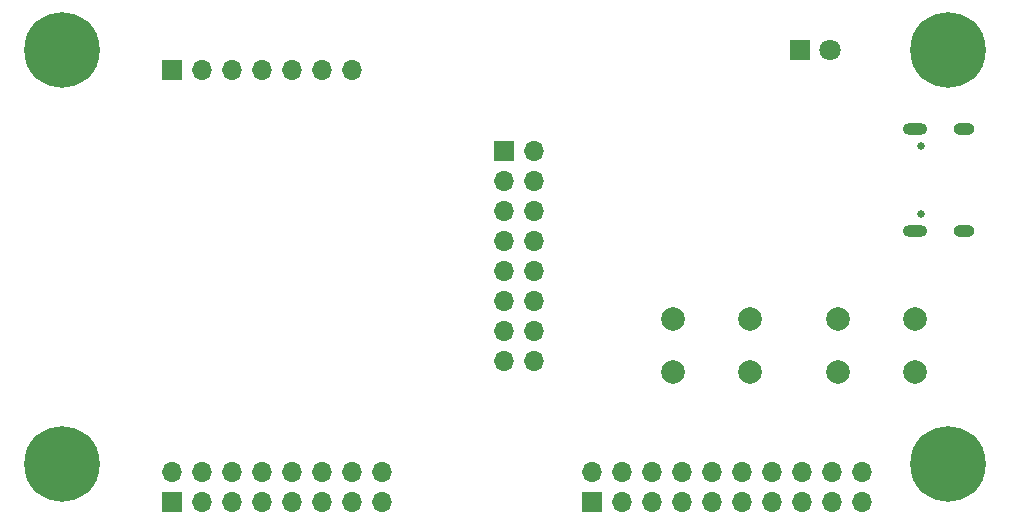
<source format=gbr>
%TF.GenerationSoftware,KiCad,Pcbnew,7.0.7*%
%TF.CreationDate,2024-01-15T23:48:36+01:00*%
%TF.ProjectId,FlipperZeroESP32,466c6970-7065-4725-9a65-726f45535033,rev?*%
%TF.SameCoordinates,Original*%
%TF.FileFunction,Soldermask,Bot*%
%TF.FilePolarity,Negative*%
%FSLAX46Y46*%
G04 Gerber Fmt 4.6, Leading zero omitted, Abs format (unit mm)*
G04 Created by KiCad (PCBNEW 7.0.7) date 2024-01-15 23:48:36*
%MOMM*%
%LPD*%
G01*
G04 APERTURE LIST*
%ADD10R,1.700000X1.700000*%
%ADD11O,1.700000X1.700000*%
%ADD12C,0.800000*%
%ADD13C,6.400000*%
%ADD14C,2.000000*%
%ADD15C,0.650000*%
%ADD16O,2.100000X1.000000*%
%ADD17O,1.800000X1.000000*%
%ADD18R,1.800000X1.800000*%
%ADD19C,1.800000*%
G04 APERTURE END LIST*
D10*
%TO.C,J2*%
X149860000Y-143275000D03*
D11*
X149860000Y-140735000D03*
X152400000Y-143275000D03*
X152400000Y-140735000D03*
X154940000Y-143275000D03*
X154940000Y-140735000D03*
X157480000Y-143275000D03*
X157480000Y-140735000D03*
X160020000Y-143275000D03*
X160020000Y-140735000D03*
X162560000Y-143275000D03*
X162560000Y-140735000D03*
X165100000Y-143275000D03*
X165100000Y-140735000D03*
X167640000Y-143275000D03*
X167640000Y-140735000D03*
X170180000Y-143275000D03*
X170180000Y-140735000D03*
X172720000Y-143275000D03*
X172720000Y-140735000D03*
%TD*%
D12*
%TO.C,H1*%
X102600000Y-105000000D03*
X103302944Y-103302944D03*
X103302944Y-106697056D03*
X105000000Y-102600000D03*
D13*
X105000000Y-105000000D03*
D12*
X105000000Y-107400000D03*
X106697056Y-103302944D03*
X106697056Y-106697056D03*
X107400000Y-105000000D03*
%TD*%
D10*
%TO.C,J4*%
X142460000Y-113500000D03*
D11*
X145000000Y-113500000D03*
X142460000Y-116040000D03*
X145000000Y-116040000D03*
X142460000Y-118580000D03*
X145000000Y-118580000D03*
X142460000Y-121120000D03*
X145000000Y-121120000D03*
X142460000Y-123660000D03*
X145000000Y-123660000D03*
X142460000Y-126200000D03*
X145000000Y-126200000D03*
X142460000Y-128740000D03*
X145000000Y-128740000D03*
X142460000Y-131280000D03*
X145000000Y-131280000D03*
%TD*%
D14*
%TO.C,SW2*%
X170750000Y-127750000D03*
X177250000Y-127750000D03*
X170750000Y-132250000D03*
X177250000Y-132250000D03*
%TD*%
%TO.C,SW1*%
X156750000Y-127750000D03*
X163250000Y-127750000D03*
X156750000Y-132250000D03*
X163250000Y-132250000D03*
%TD*%
D12*
%TO.C,H2*%
X177600000Y-105000000D03*
X178302944Y-103302944D03*
X178302944Y-106697056D03*
X180000000Y-102600000D03*
D13*
X180000000Y-105000000D03*
D12*
X180000000Y-107400000D03*
X181697056Y-103302944D03*
X181697056Y-106697056D03*
X182400000Y-105000000D03*
%TD*%
%TO.C,H4*%
X177600000Y-140000000D03*
X178302944Y-138302944D03*
X178302944Y-141697056D03*
X180000000Y-137600000D03*
D13*
X180000000Y-140000000D03*
D12*
X180000000Y-142400000D03*
X181697056Y-138302944D03*
X181697056Y-141697056D03*
X182400000Y-140000000D03*
%TD*%
%TO.C,H3*%
X102600000Y-140000000D03*
X103302944Y-138302944D03*
X103302944Y-141697056D03*
X105000000Y-137600000D03*
D13*
X105000000Y-140000000D03*
D12*
X105000000Y-142400000D03*
X106697056Y-138302944D03*
X106697056Y-141697056D03*
X107400000Y-140000000D03*
%TD*%
D15*
%TO.C,J3*%
X177735000Y-118890000D03*
X177735000Y-113110000D03*
D16*
X177215000Y-120320000D03*
D17*
X181415000Y-120320000D03*
D16*
X177215000Y-111680000D03*
D17*
X181415000Y-111680000D03*
%TD*%
D10*
%TO.C,J5*%
X114300000Y-106680000D03*
D11*
X116840000Y-106680000D03*
X119380000Y-106680000D03*
X121920000Y-106680000D03*
X124460000Y-106680000D03*
X127000000Y-106680000D03*
X129540000Y-106680000D03*
%TD*%
D10*
%TO.C,J1*%
X114300000Y-143275000D03*
D11*
X114300000Y-140735000D03*
X116840000Y-143275000D03*
X116840000Y-140735000D03*
X119380000Y-143275000D03*
X119380000Y-140735000D03*
X121920000Y-143275000D03*
X121920000Y-140735000D03*
X124460000Y-143275000D03*
X124460000Y-140735000D03*
X127000000Y-143275000D03*
X127000000Y-140735000D03*
X129540000Y-143275000D03*
X129540000Y-140735000D03*
X132080000Y-143275000D03*
X132080000Y-140735000D03*
%TD*%
D18*
%TO.C,D1*%
X167500000Y-105000000D03*
D19*
X170040000Y-105000000D03*
%TD*%
M02*

</source>
